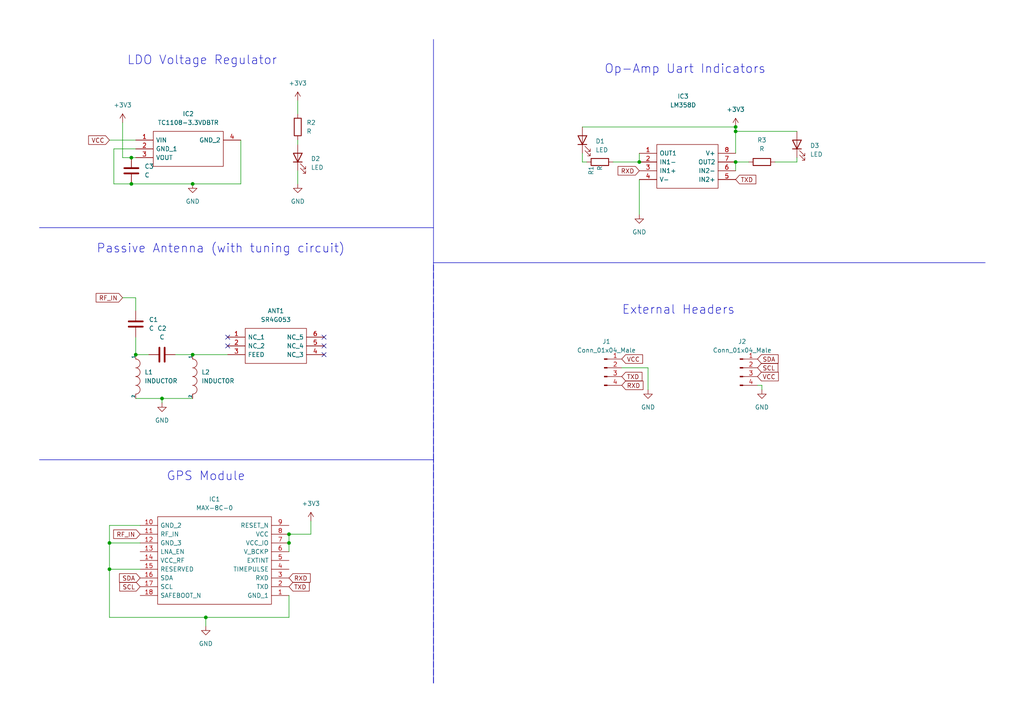
<source format=kicad_sch>
(kicad_sch (version 20211123) (generator eeschema)
  (paper "A4")
  (title_block (title "GPS Board (Reflow Solder Example)") (date "2022-09-22") (rev "1.2") (company "University of Nebraska-Lincoln"))
  (lib_symbols
    (symbol "Antenna:SR4G053" (pin_names (offset 0.762))
      (property "Reference" "ANT" (at 24.13 7.62 0))
      (property "Value" "SR4G053" (at 24.13 5.08 0))
      (symbol "SR4G053_0_0"
        (pin passive line (at 0 0 0) (length 5.08) (name "NC_1") (number "1"))
        (pin passive line (at 0 -2.54 0) (length 5.08) (name "NC_2") (number "2"))
        (pin passive line (at 0 -5.08 0) (length 5.08) (name "FEED") (number "3"))
        (pin passive line (at 27.94 -5.08 180) (length 5.08) (name "NC_3") (number "4"))
        (pin passive line (at 27.94 -2.54 180) (length 5.08) (name "NC_4") (number "5"))
        (pin passive line (at 27.94 0 180) (length 5.08) (name "NC_5") (number "6"))
      )
      (symbol "SR4G053_0_1"
        (polyline (pts (xy 5.08 2.54) (xy 22.86 2.54) (xy 22.86 -7.62) (xy 5.08 -7.62) (xy 5.08 2.54)) (stroke (width 0.1524)))
      )
    )
    (symbol "Connector:Conn_01x04_Male" (pin_names (offset 1.016) hide)
      (property "Reference" "J" (at 0 5.08 0))
      (property "Value" "Conn_01x04_Male" (at 0 -7.62 0))
      (symbol "Conn_01x04_Male_1_1"
        (polyline (pts (xy 1.27 -5.08) (xy 0.8636 -5.08)) (stroke (width 0.1524)))
        (polyline (pts (xy 1.27 -2.54) (xy 0.8636 -2.54)) (stroke (width 0.1524)))
        (polyline (pts (xy 1.27 0) (xy 0.8636 0)) (stroke (width 0.1524)))
        (polyline (pts (xy 1.27 2.54) (xy 0.8636 2.54)) (stroke (width 0.1524)))
        (rectangle (start 0.8636 -4.953) (end 0 -5.207) (stroke (width 0.1524)) (fill (type outline)))
        (rectangle (start 0.8636 -2.413) (end 0 -2.667) (stroke (width 0.1524)) (fill (type outline)))
        (rectangle (start 0.8636 0.127) (end 0 -0.127) (stroke (width 0.1524)) (fill (type outline)))
        (rectangle (start 0.8636 2.667) (end 0 2.413) (stroke (width 0.1524)) (fill (type outline)))
        (pin passive line (at 5.08 2.54 180) (length 3.81) (name "Pin_1") (number "1"))
        (pin passive line (at 5.08 0 180) (length 3.81) (name "Pin_2") (number "2"))
        (pin passive line (at 5.08 -2.54 180) (length 3.81) (name "Pin_3") (number "3"))
        (pin passive line (at 5.08 -5.08 180) (length 3.81) (name "Pin_4") (number "4"))
      )
    )
    (symbol "Device:C" (pin_numbers hide) (pin_names (offset 0.254))
      (property "Reference" "C" (at 0.635 2.54 0))
      (property "Value" "C" (at 0.635 -2.54 0))
      (symbol "C_0_1"
        (polyline (pts (xy -2.032 -0.762) (xy 2.032 -0.762)) (stroke (width 0.508)))
        (polyline (pts (xy -2.032 0.762) (xy 2.032 0.762)) (stroke (width 0.508)))
      )
      (symbol "C_1_1"
        (pin passive line (at 0 3.81 270) (length 2.794) (name "~") (number "1"))
        (pin passive line (at 0 -3.81 90) (length 2.794) (name "~") (number "2"))
      )
    )
    (symbol "Device:LED" (pin_numbers hide) (pin_names (offset 1.016) hide)
      (property "Reference" "D" (at 0 2.54 0))
      (property "Value" "LED" (at 0 -2.54 0))
      (symbol "LED_0_1"
        (polyline (pts (xy -1.27 -1.27) (xy -1.27 1.27)) (stroke (width 0.254)))
        (polyline (pts (xy -1.27 0) (xy 1.27 0)))
        (polyline (pts (xy 1.27 -1.27) (xy 1.27 1.27) (xy -1.27 0) (xy 1.27 -1.27)) (stroke (width 0.254)))
        (polyline (pts (xy -3.048 -0.762) (xy -4.572 -2.286) (xy -3.81 -2.286) (xy -4.572 -2.286) (xy -4.572 -1.524)))
        (polyline (pts (xy -1.778 -0.762) (xy -3.302 -2.286) (xy -2.54 -2.286) (xy -3.302 -2.286) (xy -3.302 -1.524)))
      )
      (symbol "LED_1_1"
        (pin passive line (at -3.81 0 0) (length 2.54) (name "K") (number "1"))
        (pin passive line (at 3.81 0 180) (length 2.54) (name "A") (number "2"))
      )
    )
    (symbol "Device:R" (pin_numbers hide) (pin_names (offset 0))
      (property "Reference" "R" (at 2.032 0 90))
      (property "Value" "R" (at 0 0 90))
      (symbol "R_0_1"
        (rectangle (start -1.016 -2.54) (end 1.016 2.54) (stroke (width 0.254)))
      )
      (symbol "R_1_1"
        (pin passive line (at 0 3.81 270) (length 1.27) (name "~") (number "1"))
        (pin passive line (at 0 -3.81 90) (length 1.27) (name "~") (number "2"))
      )
    )
    (symbol "LM358D:LM358D" (pin_names (offset 0.762))
      (property "Reference" "IC" (at 24.13 7.62 0))
      (property "Value" "LM358D" (at 24.13 5.08 0))
      (symbol "LM358D_0_0"
        (pin passive line (at 0 0 0) (length 5.08) (name "OUT1") (number "1"))
        (pin passive line (at 0 -2.54 0) (length 5.08) (name "IN1-") (number "2"))
        (pin passive line (at 0 -5.08 0) (length 5.08) (name "IN1+") (number "3"))
        (pin passive line (at 0 -7.62 0) (length 5.08) (name "V-") (number "4"))
        (pin passive line (at 27.94 -7.62 180) (length 5.08) (name "IN2+") (number "5"))
        (pin passive line (at 27.94 -5.08 180) (length 5.08) (name "IN2-") (number "6"))
        (pin passive line (at 27.94 -2.54 180) (length 5.08) (name "OUT2") (number "7"))
        (pin passive line (at 27.94 0 180) (length 5.08) (name "V+") (number "8"))
      )
      (symbol "LM358D_0_1"
        (polyline (pts (xy 5.08 2.54) (xy 22.86 2.54) (xy 22.86 -10.16) (xy 5.08 -10.16) (xy 5.08 2.54)) (stroke (width 0.1524)))
      )
    )
    (symbol "MAX-8C:MAX-8C-0" (pin_names (offset 0.762))
      (property "Reference" "IC" (at 39.37 7.62 0))
      (property "Value" "MAX-8C-0" (at 39.37 5.08 0))
      (symbol "MAX-8C-0_0_0"
        (pin passive line (at 43.18 -20.32 180) (length 5.08) (name "GND_1") (number "1"))
        (pin passive line (at 0 0 0) (length 5.08) (name "GND_2") (number "10"))
        (pin passive line (at 0 -2.54 0) (length 5.08) (name "RF_IN") (number "11"))
        (pin passive line (at 0 -5.08 0) (length 5.08) (name "GND_3") (number "12"))
        (pin passive line (at 0 -7.62 0) (length 5.08) (name "LNA_EN") (number "13"))
        (pin passive line (at 0 -10.16 0) (length 5.08) (name "VCC_RF") (number "14"))
        (pin passive line (at 0 -12.7 0) (length 5.08) (name "RESERVED") (number "15"))
        (pin passive line (at 0 -15.24 0) (length 5.08) (name "SDA") (number "16"))
        (pin passive line (at 0 -17.78 0) (length 5.08) (name "SCL") (number "17"))
        (pin passive line (at 0 -20.32 0) (length 5.08) (name "SAFEBOOT_N") (number "18"))
        (pin passive line (at 43.18 -17.78 180) (length 5.08) (name "TXD") (number "2"))
        (pin passive line (at 43.18 -15.24 180) (length 5.08) (name "RXD") (number "3"))
        (pin passive line (at 43.18 -12.7 180) (length 5.08) (name "TIMEPULSE") (number "4"))
        (pin passive line (at 43.18 -10.16 180) (length 5.08) (name "EXTINT") (number "5"))
        (pin passive line (at 43.18 -7.62 180) (length 5.08) (name "V_BCKP") (number "6"))
        (pin passive line (at 43.18 -5.08 180) (length 5.08) (name "VCC_IO") (number "7"))
        (pin passive line (at 43.18 -2.54 180) (length 5.08) (name "VCC") (number "8"))
        (pin passive line (at 43.18 0 180) (length 5.08) (name "RESET_N") (number "9"))
      )
      (symbol "MAX-8C-0_0_1"
        (polyline (pts (xy 5.08 2.54) (xy 38.1 2.54) (xy 38.1 -22.86) (xy 5.08 -22.86) (xy 5.08 2.54)) (stroke (width 0.1524)))
      )
    )
    (symbol "TC1108:TC1108-3.3VDBTR" (pin_names (offset 0.762))
      (property "Reference" "IC" (at 26.67 7.62 0))
      (property "Value" "TC1108-3.3VDBTR" (at 26.67 5.08 0))
      (symbol "TC1108-3.3VDBTR_0_0"
        (pin passive line (at 0 0 0) (length 5.08) (name "VIN") (number "1"))
        (pin passive line (at 0 -2.54 0) (length 5.08) (name "GND_1") (number "2"))
        (pin passive line (at 0 -5.08 0) (length 5.08) (name "VOUT") (number "3"))
        (pin passive line (at 30.48 0 180) (length 5.08) (name "GND_2") (number "4"))
      )
      (symbol "TC1108-3.3VDBTR_0_1"
        (polyline (pts (xy 5.08 2.54) (xy 25.4 2.54) (xy 25.4 -7.62) (xy 5.08 -7.62) (xy 5.08 2.54)) (stroke (width 0.1524)))
      )
    )
    (symbol "power:+3.3V" (power) (pin_names (offset 0))
      (property "Value" "+3.3V" (at 0 3.556 0))
      (symbol "+3.3V_0_1"
        (polyline (pts (xy -0.762 1.27) (xy 0 2.54)))
        (polyline (pts (xy 0 0) (xy 0 2.54)))
        (polyline (pts (xy 0 2.54) (xy 0.762 1.27)))
      )
      (symbol "+3.3V_1_1"
        (pin power_in line (at 0 0 90) (length 0) hide (name "+3V3") (number "1"))
      )
    )
    (symbol "power:GND" (power) (pin_names (offset 0))
      (property "Value" "GND" (at 0 -3.81 0))
      (symbol "GND_0_1"
        (polyline (pts (xy 0 0) (xy 0 -1.27) (xy 1.27 -1.27) (xy 0 -2.54) (xy -1.27 -1.27) (xy 0 -1.27)))
      )
      (symbol "GND_1_1"
        (pin power_in line (at 0 0 270) (length 0) hide (name "GND") (number "1"))
      )
    )
    (symbol "pspice:INDUCTOR" (pin_numbers hide) (pin_names (offset 0))
      (property "Reference" "L" (at 0 2.54 0))
      (property "Value" "INDUCTOR" (at 0 -1.27 0))
      (symbol "INDUCTOR_0_1"
        (arc (start -2.54 0) (mid -3.81 1.27) (end -5.08 0))
        (arc (start 0 0) (mid -1.27 1.27) (end -2.54 0))
        (arc (start 2.54 0) (mid 1.27 1.27) (end 0 0))
        (arc (start 5.08 0) (mid 3.81 1.27) (end 2.54 0))
      )
      (symbol "INDUCTOR_1_1"
        (pin input line (at -6.35 0 0) (length 1.27) (name "1") (number "1"))
        (pin input line (at 6.35 0 180) (length 1.27) (name "2") (number "2"))
      )
    )
  )
  (junction (at 31.75 157.48))
  (junction (at 31.75 165.1))
  (junction (at 83.82 157.48))
  (junction (at 38.1 45.72))
  (junction (at 59.69 179.07))
  (junction (at 213.36 36.83))
  (junction (at 38.1 53.34))
  (junction (at 55.88 53.34))
  (junction (at 55.88 102.87))
  (junction (at 213.36 46.99))
  (junction (at 185.42 46.99))
  (junction (at 83.82 154.94))
  (junction (at 46.99 115.57))
  (junction (at 213.36 38.1))
  (junction (at 39.37 102.87))
  (no_connect (at 93.98 97.79))
  (no_connect (at 93.98 100.33))
  (no_connect (at 93.98 102.87))
  (no_connect (at 66.04 97.79))
  (no_connect (at 66.04 100.33))
  (wire (pts (xy 185.42 44.45) (xy 185.42 46.99)))
  (wire (pts (xy 231.14 46.99) (xy 231.14 45.72)))
  (wire (pts (xy 219.71 111.76) (xy 220.98 111.76)))
  (wire (pts (xy 83.82 179.07) (xy 59.69 179.07)))
  (polyline (pts (xy 11.43 66.04) (xy 125.73 66.04)) (stroke (width 0) (type solid)))
  (wire (pts (xy 213.36 46.99) (xy 217.17 46.99)))
  (wire (pts (xy 40.64 152.4) (xy 31.75 152.4)))
  (wire (pts (xy 31.75 165.1) (xy 31.75 179.07)))
  (wire (pts (xy 86.36 49.53) (xy 86.36 53.34)))
  (wire (pts (xy 39.37 115.57) (xy 46.99 115.57)))
  (wire (pts (xy 69.85 40.64) (xy 69.85 53.34)))
  (wire (pts (xy 39.37 86.36) (xy 39.37 90.17)))
  (wire (pts (xy 187.96 113.03) (xy 187.96 106.68)))
  (wire (pts (xy 213.36 36.83) (xy 213.36 38.1)))
  (wire (pts (xy 39.37 43.18) (xy 33.02 43.18)))
  (wire (pts (xy 39.37 102.87) (xy 43.18 102.87)))
  (wire (pts (xy 83.82 154.94) (xy 83.82 157.48)))
  (wire (pts (xy 38.1 45.72) (xy 39.37 45.72)))
  (wire (pts (xy 35.56 45.72) (xy 35.56 35.56)))
  (wire (pts (xy 33.02 53.34) (xy 38.1 53.34)))
  (polyline (pts (xy 125.73 76.2) (xy 285.75 76.2)) (stroke (width 0) (type solid)))
  (wire (pts (xy 35.56 45.72) (xy 38.1 45.72)))
  (wire (pts (xy 55.88 53.34) (xy 69.85 53.34)))
  (wire (pts (xy 90.17 154.94) (xy 83.82 154.94)))
  (wire (pts (xy 55.88 102.87) (xy 66.04 102.87)))
  (wire (pts (xy 31.75 152.4) (xy 31.75 157.48)))
  (wire (pts (xy 31.75 165.1) (xy 40.64 165.1)))
  (polyline (pts (xy 125.73 11.43) (xy 125.73 198.12)) (stroke (width 0) (type solid)))
  (wire (pts (xy 168.91 46.99) (xy 168.91 44.45)))
  (wire (pts (xy 46.99 115.57) (xy 55.88 115.57)))
  (wire (pts (xy 31.75 179.07) (xy 59.69 179.07)))
  (wire (pts (xy 185.42 52.07) (xy 185.42 62.23)))
  (wire (pts (xy 224.79 46.99) (xy 231.14 46.99)))
  (wire (pts (xy 31.75 157.48) (xy 31.75 165.1)))
  (wire (pts (xy 46.99 115.57) (xy 46.99 116.84)))
  (wire (pts (xy 50.8 102.87) (xy 55.88 102.87)))
  (wire (pts (xy 31.75 157.48) (xy 40.64 157.48)))
  (wire (pts (xy 38.1 53.34) (xy 55.88 53.34)))
  (wire (pts (xy 213.36 38.1) (xy 231.14 38.1)))
  (polyline (pts (xy 11.43 133.35) (xy 125.73 133.35)) (stroke (width 0) (type solid)))
  (wire (pts (xy 213.36 38.1) (xy 213.36 44.45)))
  (wire (pts (xy 187.96 106.68) (xy 180.34 106.68)))
  (wire (pts (xy 170.18 46.99) (xy 168.91 46.99)))
  (wire (pts (xy 31.75 40.64) (xy 39.37 40.64)))
  (wire (pts (xy 90.17 151.13) (xy 90.17 154.94)))
  (polyline (pts (xy 125.73 133.35) (xy 125.73 76.2)))
  (wire (pts (xy 220.98 111.76) (xy 220.98 113.03)))
  (wire (pts (xy 59.69 179.07) (xy 59.69 181.61)))
  (wire (pts (xy 213.36 46.99) (xy 213.36 49.53)))
  (wire (pts (xy 83.82 157.48) (xy 83.82 160.02)))
  (wire (pts (xy 83.82 172.72) (xy 83.82 179.07)))
  (wire (pts (xy 86.36 40.64) (xy 86.36 41.91)))
  (wire (pts (xy 35.56 86.36) (xy 39.37 86.36)))
  (wire (pts (xy 39.37 97.79) (xy 39.37 102.87)))
  (polyline (pts (xy 125.73 198.12) (xy 125.73 133.35)))
  (wire (pts (xy 168.91 36.83) (xy 213.36 36.83)))
  (wire (pts (xy 86.36 29.21) (xy 86.36 33.02)))
  (wire (pts (xy 33.02 43.18) (xy 33.02 53.34)))
  (wire (pts (xy 177.8 46.99) (xy 185.42 46.99)))
  (text "Passive Antenna (with tuning circuit)\n" (at 27.94 73.66 0) (effects (font (size 2.54 2.54)) (justify left bottom)))
  (text "GPS Module\n" (at 48.26 139.7 0) (effects (font (size 2.54 2.54)) (justify left bottom)))
  (text "LDO Voltage Regulator" (at 36.83 19.05 0) (effects (font (size 2.54 2.54)) (justify left bottom)))
  (text "Op-Amp Uart Indicators" (at 175.26 21.59 0) (effects (font (size 2.54 2.54)) (justify left bottom)))
  (text "External Headers\n" (at 180.34 91.44 0) (effects (font (size 2.54 2.54)) (justify left bottom)))
  (global_label "RXD" (shape input) (at 180.34 111.76 0) (property "Intersheet References" "${INTERSHEET_REFS}" (effects hide)))
  (global_label "RF_IN" (shape input) (at 35.56 86.36 180) (property "Intersheet References" "${INTERSHEET_REFS}" (effects hide)))
  (global_label "TXD" (shape input) (at 180.34 109.22 0) (property "Intersheet References" "${INTERSHEET_REFS}" (effects hide)))
  (global_label "TXD" (shape input) (at 83.82 170.18 0) (property "Intersheet References" "${INTERSHEET_REFS}" (effects hide)))
  (global_label "VCC" (shape input) (at 31.75 40.64 180) (property "Intersheet References" "${INTERSHEET_REFS}" (effects hide)))
  (global_label "SDA" (shape input) (at 40.64 167.64 180) (property "Intersheet References" "${INTERSHEET_REFS}" (effects hide)))
  (global_label "RXD" (shape input) (at 83.82 167.64 0) (property "Intersheet References" "${INTERSHEET_REFS}" (effects hide)))
  (global_label "VCC" (shape input) (at 180.34 104.14 0) (property "Intersheet References" "${INTERSHEET_REFS}" (effects hide)))
  (global_label "SDA" (shape input) (at 219.71 104.14 0) (property "Intersheet References" "${INTERSHEET_REFS}" (effects hide)))
  (global_label "SCL" (shape input) (at 219.71 106.68 0) (property "Intersheet References" "${INTERSHEET_REFS}" (effects hide)))
  (global_label "RXD" (shape input) (at 185.42 49.53 180) (property "Intersheet References" "${INTERSHEET_REFS}" (effects hide)))
  (global_label "VCC" (shape input) (at 219.71 109.22 0) (property "Intersheet References" "${INTERSHEET_REFS}" (effects hide)))
  (global_label "RF_IN" (shape input) (at 40.64 154.94 180) (property "Intersheet References" "${INTERSHEET_REFS}" (effects hide)))
  (global_label "SCL" (shape input) (at 40.64 170.18 180) (property "Intersheet References" "${INTERSHEET_REFS}" (effects hide)))
  (global_label "TXD" (shape input) (at 213.36 52.07 0) (property "Intersheet References" "${INTERSHEET_REFS}" (effects hide)))
  (symbol (lib_id "Connector:Conn_01x04_Male") (at 175.26 106.68 0) (unit 1)
    (property "Reference" "J1" (at 175.895 99.06 0))
    (property "Value" "Conn_01x04_Male" (at 175.895 101.6 0))
    (property "Footprint" "Connector_PinHeader_2.54mm:PinHeader_1x04_P2.54mm_Vertical" (effects hide))
  )
  (symbol (lib_id "Device:C") (at 46.99 102.87 90) (unit 1)
    (property "Reference" "C2" (at 46.99 95.25 90))
    (property "Value" "C" (at 46.99 97.79 90))
    (property "Footprint" "Resistor_SMD:R_0805_2012Metric" (effects hide))
  )
  (symbol (lib_id "Device:LED") (at 168.91 40.64 90) (unit 1)
    (property "Reference" "D1" (at 172.72 40.9574 90) (effects (justify right)))
    (property "Value" "LED" (at 172.72 43.4974 90) (effects (justify right)))
    (property "Footprint" "LED_SMD:LED_0805_2012Metric" (effects hide))
  )
  (symbol (lib_id "Device:C") (at 39.37 93.98 0) (unit 1)
    (property "Reference" "C1" (at 43.18 92.7099 0) (effects (justify left)))
    (property "Value" "C" (at 43.18 95.2499 0) (effects (justify left)))
    (property "Footprint" "Resistor_SMD:R_0805_2012Metric" (effects hide))
  )
  (symbol (lib_id "Device:LED") (at 86.36 45.72 90) (unit 1)
    (property "Reference" "D2" (at 90.17 46.0374 90) (effects (justify right)))
    (property "Value" "LED" (at 90.17 48.5774 90) (effects (justify right)))
    (property "Footprint" "LED_SMD:LED_0805_2012Metric" (effects hide))
  )
  (symbol (lib_id "power:GND") (at 55.88 53.34 0) (unit 1)
    (property "Reference" "#PWR0103" (effects hide))
    (property "Value" "GND" (at 55.88 58.42 0))
  )
  (symbol (lib_id "LM358D:LM358D") (at 185.42 44.45 0) (unit 1)
    (property "Reference" "IC3" (at 198.12 27.94 0))
    (property "Value" "LM358D" (at 198.12 30.48 0))
    (property "Footprint" "LibraryLoader:SOIC127P600X175-8N" (effects hide))
    (property "Datasheet" "http://www.ti.com/lit/ds/symlink/lm358.pdf" (effects hide))
    (property "Description" "LM358D, Dual Operational Amplifier 0.7MHz 5 to 28V, 8-Pin SOIC" (effects hide))
    (property "Height" "1.75" (effects hide))
    (property "Mouser Part Number" "595-LM358D" (effects hide))
    (property "Mouser Price/Stock" "https://www.mouser.co.uk/ProductDetail/Texas-Instruments/LM358D?qs=X1HXWTtiZ0RJBM%2FvBfVo8g%3D%3D" (effects hide))
    (property "Manufacturer_Name" "Texas Instruments" (effects hide))
    (property "Manufacturer_Part_Number" "LM358D" (effects hide))
  )
  (symbol (lib_id "power:GND") (at 185.42 62.23 0) (unit 1)
    (property "Reference" "#PWR?" (effects hide))
    (property "Value" "GND" (at 185.42 67.31 0))
  )
  (symbol (lib_id "Device:LED") (at 231.14 41.91 90) (unit 1)
    (property "Reference" "D3" (at 234.95 42.2274 90) (effects (justify right)))
    (property "Value" "LED" (at 234.95 44.7674 90) (effects (justify right)))
    (property "Footprint" "LED_SMD:LED_0805_2012Metric" (effects hide))
  )
  (symbol (lib_id "power:GND") (at 86.36 53.34 0) (unit 1)
    (property "Reference" "#PWR0108" (effects hide))
    (property "Value" "GND" (at 86.36 58.42 0))
  )
  (symbol (lib_id "TC1108:TC1108-3.3VDBTR") (at 39.37 40.64 0) (unit 1)
    (property "Reference" "IC2" (at 54.61 33.02 0))
    (property "Value" "TC1108-3.3VDBTR" (at 54.61 35.56 0))
    (property "Footprint" "LibraryLoader:SOT230P700X180-4N" (effects hide))
    (property "Datasheet" "http://ww1.microchip.com/downloads/en/DeviceDoc/21357C.pdf" (effects hide))
    (property "Description" "Microchip TC1108-3.3VDBTR, LDO Voltage Regulator, 300mA, 3.3 V +/-0.5%, 2.7  6 Vin, 3-Pin SOT-223" (effects hide))
    (property "Height" "1.8" (effects hide))
    (property "Mouser Part Number" "579-TC1108-3.3VDBTR" (effects hide))
    (property "Mouser Price/Stock" "https://www.mouser.co.uk/ProductDetail/Microchip-Technology-Atmel/TC1108-3.3VDBTR?qs=AIv3GLl6KMNgHSi6BcHPMA%3D%3D" (effects hide))
    (property "Manufacturer_Name" "Microchip" (effects hide))
    (property "Manufacturer_Part_Number" "TC1108-3.3VDBTR" (effects hide))
  )
  (symbol (lib_id "Device:R") (at 173.99 46.99 90) (unit 1)
    (property "Reference" "R1" (at 171.45 50.8 0) (effects (justify left)))
    (property "Value" "R" (at 173.99 49.53 0) (effects (justify left)))
    (property "Footprint" "Resistor_SMD:R_0805_2012Metric" (effects hide))
  )
  (symbol (lib_id "Device:C") (at 38.1 49.53 0) (unit 1)
    (property "Reference" "C3" (at 41.91 48.2599 0) (effects (justify left)))
    (property "Value" "C" (at 41.91 50.7999 0) (effects (justify left)))
    (property "Footprint" "Resistor_SMD:R_0805_2012Metric" (effects hide))
  )
  (symbol (lib_id "pspice:INDUCTOR") (at 55.88 109.22 270) (unit 1)
    (property "Reference" "L2" (at 58.42 107.9499 90) (effects (justify left)))
    (property "Value" "INDUCTOR" (at 58.42 110.4899 90) (effects (justify left)))
    (property "Footprint" "Resistor_SMD:R_0805_2012Metric" (effects hide))
  )
  (symbol (lib_id "power:+3.3V") (at 213.36 36.83 0) (unit 1)
    (property "Reference" "#PWR0106" (effects hide))
    (property "Value" "+3.3V" (at 213.36 31.75 0))
  )
  (symbol (lib_id "power:GND") (at 46.99 116.84 0) (unit 1)
    (property "Reference" "#PWR0111" (effects hide))
    (property "Value" "GND" (at 46.99 121.92 0))
  )
  (symbol (lib_id "MAX-8C:MAX-8C-0") (at 40.64 152.4 0) (unit 1)
    (property "Reference" "IC1" (at 62.23 144.78 0))
    (property "Value" "MAX-8C-0" (at 62.23 147.32 0))
    (property "Footprint" "LibraryLoader:MAX8C0" (effects hide))
    (property "Datasheet" "https://www.u-blox.com/sites/default/files/MAX-8_DataSheet_%28UBX-16000093%29.pdf" (effects hide))
    (property "Description" "RF RX GLONASS/GNSS/GPS 1.575GHZ" (effects hide))
    (property "Height" "2.7" (effects hide))
    (property "Mouser Part Number" "377-MAX-8C-0" (effects hide))
    (property "Mouser Price/Stock" "https://www.mouser.co.uk/ProductDetail/u-blox/MAX-8C-0?qs=DPoM0jnrROUlISPVVgBw4w%3D%3D" (effects hide))
    (property "Manufacturer_Name" "U-Blox" (effects hide))
    (property "Manufacturer_Part_Number" "MAX-8C-0" (effects hide))
  )
  (symbol (lib_id "power:GND") (at 220.98 113.03 0) (unit 1)
    (property "Reference" "#PWR0110" (effects hide))
    (property "Value" "GND" (at 220.98 118.11 0))
  )
  (symbol (lib_id "Device:R") (at 86.36 36.83 0) (unit 1)
    (property "Reference" "R2" (at 88.9 35.5599 0) (effects (justify left)))
    (property "Value" "R" (at 88.9 38.0999 0) (effects (justify left)))
    (property "Footprint" "Resistor_SMD:R_0805_2012Metric" (effects hide))
  )
  (symbol (lib_id "power:GND") (at 187.96 113.03 0) (unit 1)
    (property "Reference" "#PWR0107" (effects hide))
    (property "Value" "GND" (at 187.96 118.11 0))
  )
  (symbol (lib_id "Connector:Conn_01x04_Male") (at 214.63 106.68 0) (unit 1)
    (property "Reference" "J2" (at 215.265 99.06 0))
    (property "Value" "Conn_01x04_Male" (at 215.265 101.6 0))
    (property "Footprint" "Connector_PinHeader_2.54mm:PinHeader_1x04_P2.54mm_Vertical" (effects hide))
  )
  (symbol (lib_id "power:+3.3V") (at 90.17 151.13 0) (unit 1)
    (property "Reference" "#PWR0102" (effects hide))
    (property "Value" "+3.3V" (at 90.17 146.05 0))
  )
  (symbol (lib_id "Device:R") (at 220.98 46.99 90) (unit 1)
    (property "Reference" "R3" (at 220.98 40.64 90))
    (property "Value" "R" (at 220.98 43.18 90))
    (property "Footprint" "Resistor_SMD:R_0805_2012Metric" (effects hide))
  )
  (symbol (lib_id "Antenna:SR4G053") (at 66.04 97.79 0) (unit 1)
    (property "Reference" "ANT1" (at 80.01 90.17 0))
    (property "Value" "SR4G053" (at 80.01 92.71 0))
    (property "Footprint" "LibraryLoader:SR4G053" (effects hide))
    (property "Datasheet" "https://www.antenova.com/wp-content/uploads/2019/05/Raptor-GNSS-SR4G053-PS-1.1.pdf?hsCtaTracking=de113224-8250-4fb6-b9b8-bdd161b40d2c%7Ccbbce4c7-e218-4411-a0f2-e642bfd2b77d" (effects hide))
    (property "Description" "RAPTOR GNSS Antenna" (effects hide))
    (property "Height" "1.9" (effects hide))
    (property "Mouser Part Number" "237-SR4G053" (effects hide))
    (property "Mouser Price/Stock" "https://www.mouser.co.uk/ProductDetail/Antenova/SR4G053?qs=T3oQrply3y9bPuxaAJLagQ%3D%3D" (effects hide))
    (property "Manufacturer_Name" "Antenova" (effects hide))
    (property "Manufacturer_Part_Number" "SR4G053" (effects hide))
  )
  (symbol (lib_id "power:+3.3V") (at 35.56 35.56 0) (unit 1)
    (property "Reference" "#PWR0104" (effects hide))
    (property "Value" "+3.3V" (at 35.56 30.48 0))
  )
  (symbol (lib_id "power:GND") (at 59.69 181.61 0) (unit 1)
    (property "Reference" "#PWR0101" (effects hide))
    (property "Value" "GND" (at 59.69 186.69 0))
  )
  (symbol (lib_id "pspice:INDUCTOR") (at 39.37 109.22 270) (unit 1)
    (property "Reference" "L1" (at 41.91 107.9499 90) (effects (justify left)))
    (property "Value" "INDUCTOR" (at 41.91 110.4899 90) (effects (justify left)))
    (property "Footprint" "Resistor_SMD:R_0805_2012Metric" (effects hide))
  )
  (symbol (lib_id "power:+3.3V") (at 86.36 29.21 0) (unit 1)
    (property "Reference" "#PWR0109" (effects hide))
    (property "Value" "+3.3V" (at 86.36 24.13 0))
  )
)
</source>
